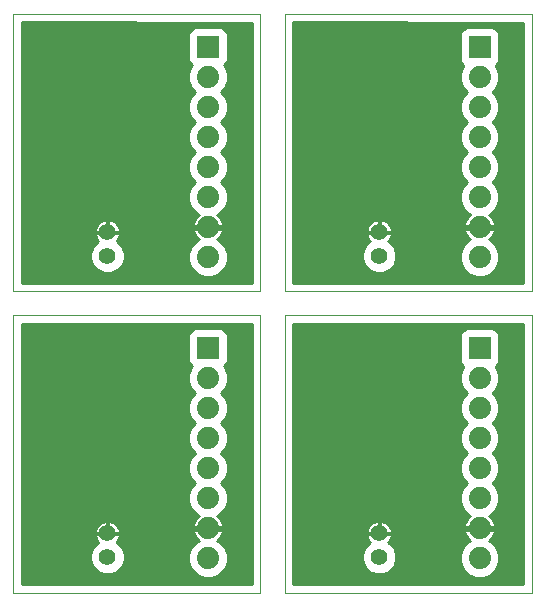
<source format=gbl>
G75*
G70*
%OFA0B0*%
%FSLAX24Y24*%
%IPPOS*%
%LPD*%
%AMOC8*
5,1,8,0,0,1.08239X$1,22.5*
%
%ADD10C,0.0000*%
%ADD11R,0.0740X0.0740*%
%ADD12C,0.0740*%
%ADD13C,0.0560*%
%ADD14C,0.0100*%
D10*
X000150Y000150D02*
X000150Y009402D01*
X008400Y009400D01*
X008400Y000150D01*
X000150Y000150D01*
X009205Y000150D02*
X009205Y009402D01*
X017455Y009400D01*
X017455Y000150D01*
X009205Y000150D01*
X009205Y010189D02*
X009205Y019441D01*
X017455Y019439D01*
X017455Y010189D01*
X009205Y010189D01*
X008400Y010189D02*
X008400Y019439D01*
X000150Y019441D01*
X000150Y010189D01*
X008400Y010189D01*
D11*
X006650Y008294D03*
X006650Y018333D03*
X015705Y018333D03*
X015705Y008294D03*
D12*
X015705Y007294D03*
X015705Y006294D03*
X015705Y005294D03*
X015705Y004294D03*
X015705Y003294D03*
X015705Y002294D03*
X015705Y001294D03*
X015705Y011333D03*
X015705Y012333D03*
X015705Y013333D03*
X015705Y014333D03*
X015705Y015333D03*
X015705Y016333D03*
X015705Y017333D03*
X006650Y017333D03*
X006650Y016333D03*
X006650Y015333D03*
X006650Y014333D03*
X006650Y013333D03*
X006650Y012333D03*
X006650Y011333D03*
X006650Y007294D03*
X006650Y006294D03*
X006650Y005294D03*
X006650Y004294D03*
X006650Y003294D03*
X006650Y002294D03*
X006650Y001294D03*
D13*
X003300Y001331D03*
X003300Y002119D03*
X003300Y011370D03*
X003300Y012158D03*
X012355Y012158D03*
X012355Y011370D03*
X012355Y002119D03*
X012355Y001331D03*
D14*
X012768Y000938D02*
X015138Y000938D01*
X015146Y000920D02*
X015331Y000734D01*
X015574Y000634D01*
X015836Y000634D01*
X016079Y000734D01*
X016265Y000920D01*
X016365Y001162D01*
X016365Y001425D01*
X016265Y001668D01*
X016079Y001853D01*
X016018Y001878D01*
X016044Y001897D01*
X016102Y001955D01*
X016150Y002021D01*
X016187Y002094D01*
X016212Y002172D01*
X016224Y002244D01*
X015755Y002244D01*
X015755Y002344D01*
X016224Y002344D01*
X016212Y002415D01*
X016187Y002493D01*
X016150Y002566D01*
X016102Y002632D01*
X016044Y002690D01*
X016018Y002709D01*
X016079Y002734D01*
X016265Y002920D01*
X016365Y003162D01*
X016365Y003425D01*
X016265Y003668D01*
X016138Y003794D01*
X016265Y003920D01*
X016365Y004162D01*
X016365Y004425D01*
X016265Y004668D01*
X016138Y004794D01*
X016265Y004920D01*
X016365Y005162D01*
X016365Y005425D01*
X016265Y005668D01*
X016138Y005794D01*
X016265Y005920D01*
X016365Y006162D01*
X016365Y006425D01*
X016265Y006668D01*
X016138Y006794D01*
X016265Y006920D01*
X016365Y007162D01*
X016365Y007425D01*
X016265Y007668D01*
X016247Y007685D01*
X016321Y007759D01*
X016365Y007866D01*
X016365Y008721D01*
X016321Y008828D01*
X016239Y008910D01*
X016133Y008954D01*
X015277Y008954D01*
X015171Y008910D01*
X015089Y008828D01*
X015045Y008721D01*
X015045Y007866D01*
X015089Y007759D01*
X015163Y007685D01*
X015146Y007668D01*
X015045Y007425D01*
X015045Y007162D01*
X015146Y006920D01*
X015272Y006794D01*
X015146Y006668D01*
X015045Y006425D01*
X015045Y006162D01*
X015146Y005920D01*
X015272Y005794D01*
X015146Y005668D01*
X015045Y005425D01*
X015045Y005162D01*
X015146Y004920D01*
X015272Y004794D01*
X015146Y004668D01*
X015045Y004425D01*
X015045Y004162D01*
X015146Y003920D01*
X015272Y003794D01*
X015146Y003668D01*
X015045Y003425D01*
X015045Y003162D01*
X015146Y002920D01*
X015331Y002734D01*
X015392Y002709D01*
X015366Y002690D01*
X015308Y002632D01*
X015260Y002566D01*
X015223Y002493D01*
X015198Y002415D01*
X015187Y002344D01*
X015655Y002344D01*
X015655Y002244D01*
X015187Y002244D01*
X015198Y002172D01*
X015223Y002094D01*
X015260Y002021D01*
X015308Y001955D01*
X015366Y001897D01*
X015392Y001878D01*
X015331Y001853D01*
X015146Y001668D01*
X015045Y001425D01*
X015045Y001162D01*
X015146Y000920D01*
X015226Y000840D02*
X012657Y000840D01*
X012678Y000848D02*
X012838Y001008D01*
X012925Y001218D01*
X012925Y001444D01*
X012838Y001654D01*
X012678Y001814D01*
X012664Y001820D01*
X012683Y001838D01*
X012722Y001893D01*
X012753Y001953D01*
X012774Y002018D01*
X012785Y002085D01*
X012785Y002100D01*
X012374Y002100D01*
X012374Y002137D01*
X012785Y002137D01*
X012785Y002152D01*
X012774Y002219D01*
X012753Y002284D01*
X012722Y002344D01*
X012683Y002399D01*
X012635Y002446D01*
X012580Y002486D01*
X012520Y002517D01*
X012455Y002538D01*
X012389Y002549D01*
X012374Y002549D01*
X012374Y002137D01*
X012336Y002137D01*
X012336Y002100D01*
X011925Y002100D01*
X011925Y002085D01*
X011935Y002018D01*
X011956Y001953D01*
X011987Y001893D01*
X012027Y001838D01*
X012045Y001820D01*
X012032Y001814D01*
X011872Y001654D01*
X011785Y001444D01*
X011785Y001218D01*
X011872Y001008D01*
X012032Y000848D01*
X012241Y000761D01*
X012468Y000761D01*
X012678Y000848D01*
X012850Y001037D02*
X015097Y001037D01*
X015056Y001135D02*
X012890Y001135D01*
X012925Y001234D02*
X015045Y001234D01*
X015045Y001332D02*
X012925Y001332D01*
X012925Y001431D02*
X015047Y001431D01*
X015088Y001529D02*
X012890Y001529D01*
X012849Y001628D02*
X015129Y001628D01*
X015204Y001726D02*
X012766Y001726D01*
X012669Y001825D02*
X015303Y001825D01*
X015340Y001923D02*
X012738Y001923D01*
X012775Y002022D02*
X015260Y002022D01*
X015215Y002120D02*
X012374Y002120D01*
X012336Y002120D02*
X009495Y002120D01*
X009495Y002022D02*
X011935Y002022D01*
X011972Y001923D02*
X009495Y001923D01*
X009495Y001825D02*
X012041Y001825D01*
X011944Y001726D02*
X009495Y001726D01*
X009495Y001628D02*
X011861Y001628D01*
X011820Y001529D02*
X009495Y001529D01*
X009495Y001431D02*
X011785Y001431D01*
X011785Y001332D02*
X009495Y001332D01*
X009495Y001234D02*
X011785Y001234D01*
X011819Y001135D02*
X009495Y001135D01*
X009495Y001037D02*
X011860Y001037D01*
X011942Y000938D02*
X009495Y000938D01*
X009495Y000840D02*
X012052Y000840D01*
X011925Y002137D02*
X012336Y002137D01*
X012336Y002549D01*
X012321Y002549D01*
X012254Y002538D01*
X012190Y002517D01*
X012129Y002486D01*
X012075Y002446D01*
X012027Y002399D01*
X011987Y002344D01*
X011956Y002284D01*
X011935Y002219D01*
X011925Y002152D01*
X011925Y002137D01*
X011935Y002219D02*
X009495Y002219D01*
X009495Y002317D02*
X011973Y002317D01*
X012044Y002416D02*
X009495Y002416D01*
X009495Y002514D02*
X012184Y002514D01*
X012336Y002514D02*
X012374Y002514D01*
X012374Y002416D02*
X012336Y002416D01*
X012336Y002317D02*
X012374Y002317D01*
X012374Y002219D02*
X012336Y002219D01*
X012526Y002514D02*
X015234Y002514D01*
X015198Y002416D02*
X012666Y002416D01*
X012736Y002317D02*
X015655Y002317D01*
X015755Y002317D02*
X017165Y002317D01*
X017165Y002219D02*
X016220Y002219D01*
X016195Y002120D02*
X017165Y002120D01*
X017165Y002022D02*
X016150Y002022D01*
X016070Y001923D02*
X017165Y001923D01*
X017165Y001825D02*
X016108Y001825D01*
X016206Y001726D02*
X017165Y001726D01*
X017165Y001628D02*
X016281Y001628D01*
X016322Y001529D02*
X017165Y001529D01*
X017165Y001431D02*
X016363Y001431D01*
X016365Y001332D02*
X017165Y001332D01*
X017165Y001234D02*
X016365Y001234D01*
X016354Y001135D02*
X017165Y001135D01*
X017165Y001037D02*
X016313Y001037D01*
X016272Y000938D02*
X017165Y000938D01*
X017165Y000840D02*
X016184Y000840D01*
X016086Y000741D02*
X017165Y000741D01*
X017165Y000643D02*
X015858Y000643D01*
X015553Y000643D02*
X009495Y000643D01*
X009495Y000741D02*
X015324Y000741D01*
X015191Y002219D02*
X012774Y002219D01*
X015069Y003105D02*
X009495Y003105D01*
X009495Y003007D02*
X015110Y003007D01*
X015157Y002908D02*
X009495Y002908D01*
X009495Y002810D02*
X015256Y002810D01*
X015387Y002711D02*
X009495Y002711D01*
X009495Y002613D02*
X015294Y002613D01*
X015045Y003204D02*
X009495Y003204D01*
X009495Y003302D02*
X015045Y003302D01*
X015045Y003401D02*
X009495Y003401D01*
X009495Y003499D02*
X015076Y003499D01*
X015117Y003598D02*
X009495Y003598D01*
X009495Y003696D02*
X015174Y003696D01*
X015271Y003795D02*
X009495Y003795D01*
X009495Y003893D02*
X015172Y003893D01*
X015116Y003992D02*
X009495Y003992D01*
X009495Y004090D02*
X015075Y004090D01*
X015045Y004189D02*
X009495Y004189D01*
X009495Y004287D02*
X015045Y004287D01*
X015045Y004386D02*
X009495Y004386D01*
X009495Y004484D02*
X015070Y004484D01*
X015110Y004583D02*
X009495Y004583D01*
X009495Y004681D02*
X015159Y004681D01*
X015258Y004780D02*
X009495Y004780D01*
X009495Y004878D02*
X015187Y004878D01*
X015122Y004977D02*
X009495Y004977D01*
X009495Y005075D02*
X015081Y005075D01*
X015045Y005174D02*
X009495Y005174D01*
X009495Y005272D02*
X015045Y005272D01*
X015045Y005371D02*
X009495Y005371D01*
X009495Y005469D02*
X015063Y005469D01*
X015104Y005568D02*
X009495Y005568D01*
X009495Y005666D02*
X015145Y005666D01*
X015243Y005765D02*
X009495Y005765D01*
X009495Y005863D02*
X015202Y005863D01*
X015128Y005962D02*
X009495Y005962D01*
X009495Y006060D02*
X015088Y006060D01*
X015047Y006159D02*
X009495Y006159D01*
X009495Y006257D02*
X015045Y006257D01*
X015045Y006356D02*
X009495Y006356D01*
X009495Y006454D02*
X015057Y006454D01*
X015098Y006553D02*
X009495Y006553D01*
X009495Y006651D02*
X015139Y006651D01*
X015228Y006750D02*
X009495Y006750D01*
X009495Y006848D02*
X015217Y006848D01*
X015135Y006947D02*
X009495Y006947D01*
X009495Y007045D02*
X015094Y007045D01*
X015053Y007144D02*
X009495Y007144D01*
X009495Y007242D02*
X015045Y007242D01*
X015045Y007341D02*
X009495Y007341D01*
X009495Y007439D02*
X015051Y007439D01*
X015092Y007538D02*
X009495Y007538D01*
X009495Y007636D02*
X015133Y007636D01*
X015114Y007735D02*
X009495Y007735D01*
X009495Y007833D02*
X015059Y007833D01*
X015045Y007932D02*
X009495Y007932D01*
X009495Y008030D02*
X015045Y008030D01*
X015045Y008129D02*
X009495Y008129D01*
X009495Y008227D02*
X015045Y008227D01*
X015045Y008326D02*
X009495Y008326D01*
X009495Y008424D02*
X015045Y008424D01*
X015045Y008523D02*
X009495Y008523D01*
X009495Y008621D02*
X015045Y008621D01*
X015045Y008720D02*
X009495Y008720D01*
X009495Y008818D02*
X015085Y008818D01*
X015188Y008917D02*
X009495Y008917D01*
X009495Y009015D02*
X017165Y009015D01*
X017165Y009110D02*
X009495Y009112D01*
X009495Y000440D01*
X017165Y000440D01*
X017165Y009110D01*
X017165Y008917D02*
X016223Y008917D01*
X016325Y008818D02*
X017165Y008818D01*
X017165Y008720D02*
X016365Y008720D01*
X016365Y008621D02*
X017165Y008621D01*
X017165Y008523D02*
X016365Y008523D01*
X016365Y008424D02*
X017165Y008424D01*
X017165Y008326D02*
X016365Y008326D01*
X016365Y008227D02*
X017165Y008227D01*
X017165Y008129D02*
X016365Y008129D01*
X016365Y008030D02*
X017165Y008030D01*
X017165Y007932D02*
X016365Y007932D01*
X016351Y007833D02*
X017165Y007833D01*
X017165Y007735D02*
X016296Y007735D01*
X016278Y007636D02*
X017165Y007636D01*
X017165Y007538D02*
X016319Y007538D01*
X016359Y007439D02*
X017165Y007439D01*
X017165Y007341D02*
X016365Y007341D01*
X016365Y007242D02*
X017165Y007242D01*
X017165Y007144D02*
X016357Y007144D01*
X016316Y007045D02*
X017165Y007045D01*
X017165Y006947D02*
X016276Y006947D01*
X016193Y006848D02*
X017165Y006848D01*
X017165Y006750D02*
X016183Y006750D01*
X016271Y006651D02*
X017165Y006651D01*
X017165Y006553D02*
X016312Y006553D01*
X016353Y006454D02*
X017165Y006454D01*
X017165Y006356D02*
X016365Y006356D01*
X016365Y006257D02*
X017165Y006257D01*
X017165Y006159D02*
X016364Y006159D01*
X016323Y006060D02*
X017165Y006060D01*
X017165Y005962D02*
X016282Y005962D01*
X016208Y005863D02*
X017165Y005863D01*
X017165Y005765D02*
X016168Y005765D01*
X016265Y005666D02*
X017165Y005666D01*
X017165Y005568D02*
X016306Y005568D01*
X016347Y005469D02*
X017165Y005469D01*
X017165Y005371D02*
X016365Y005371D01*
X016365Y005272D02*
X017165Y005272D01*
X017165Y005174D02*
X016365Y005174D01*
X016329Y005075D02*
X017165Y005075D01*
X017165Y004977D02*
X016288Y004977D01*
X016223Y004878D02*
X017165Y004878D01*
X017165Y004780D02*
X016153Y004780D01*
X016251Y004681D02*
X017165Y004681D01*
X017165Y004583D02*
X016300Y004583D01*
X016341Y004484D02*
X017165Y004484D01*
X017165Y004386D02*
X016365Y004386D01*
X016365Y004287D02*
X017165Y004287D01*
X017165Y004189D02*
X016365Y004189D01*
X016335Y004090D02*
X017165Y004090D01*
X017165Y003992D02*
X016294Y003992D01*
X016238Y003893D02*
X017165Y003893D01*
X017165Y003795D02*
X016139Y003795D01*
X016236Y003696D02*
X017165Y003696D01*
X017165Y003598D02*
X016294Y003598D01*
X016334Y003499D02*
X017165Y003499D01*
X017165Y003401D02*
X016365Y003401D01*
X016365Y003302D02*
X017165Y003302D01*
X017165Y003204D02*
X016365Y003204D01*
X016341Y003105D02*
X017165Y003105D01*
X017165Y003007D02*
X016301Y003007D01*
X016253Y002908D02*
X017165Y002908D01*
X017165Y002810D02*
X016154Y002810D01*
X016023Y002711D02*
X017165Y002711D01*
X017165Y002613D02*
X016116Y002613D01*
X016176Y002514D02*
X017165Y002514D01*
X017165Y002416D02*
X016212Y002416D01*
X017165Y000544D02*
X009495Y000544D01*
X009495Y000446D02*
X017165Y000446D01*
X008110Y000446D02*
X000440Y000446D01*
X000440Y000440D02*
X000440Y009112D01*
X008110Y009110D01*
X008110Y000440D01*
X000440Y000440D01*
X000440Y000544D02*
X008110Y000544D01*
X008110Y000643D02*
X006803Y000643D01*
X006781Y000634D02*
X007024Y000734D01*
X007210Y000920D01*
X007310Y001162D01*
X007310Y001425D01*
X007210Y001668D01*
X007024Y001853D01*
X006963Y001878D01*
X006989Y001897D01*
X007047Y001955D01*
X007095Y002021D01*
X007132Y002094D01*
X007157Y002172D01*
X007169Y002244D01*
X006700Y002244D01*
X006700Y002344D01*
X007169Y002344D01*
X007157Y002415D01*
X007132Y002493D01*
X007095Y002566D01*
X007047Y002632D01*
X006989Y002690D01*
X006963Y002709D01*
X007024Y002734D01*
X007210Y002920D01*
X007310Y003162D01*
X007310Y003425D01*
X007210Y003668D01*
X007083Y003794D01*
X007210Y003920D01*
X007310Y004162D01*
X007310Y004425D01*
X007210Y004668D01*
X007083Y004794D01*
X007210Y004920D01*
X007310Y005162D01*
X007310Y005425D01*
X007210Y005668D01*
X007083Y005794D01*
X007210Y005920D01*
X007310Y006162D01*
X007310Y006425D01*
X007210Y006668D01*
X007083Y006794D01*
X007210Y006920D01*
X007310Y007162D01*
X007310Y007425D01*
X007210Y007668D01*
X007192Y007685D01*
X007266Y007759D01*
X007310Y007866D01*
X007310Y008721D01*
X007266Y008828D01*
X007184Y008910D01*
X007078Y008954D01*
X006222Y008954D01*
X006116Y008910D01*
X006034Y008828D01*
X005990Y008721D01*
X005990Y007866D01*
X006034Y007759D01*
X006108Y007685D01*
X006090Y007668D01*
X005990Y007425D01*
X005990Y007162D01*
X006090Y006920D01*
X006217Y006794D01*
X006090Y006668D01*
X005990Y006425D01*
X005990Y006162D01*
X006090Y005920D01*
X006217Y005794D01*
X006090Y005668D01*
X005990Y005425D01*
X005990Y005162D01*
X006090Y004920D01*
X006217Y004794D01*
X006090Y004668D01*
X005990Y004425D01*
X005990Y004162D01*
X006090Y003920D01*
X006217Y003794D01*
X006090Y003668D01*
X005990Y003425D01*
X005990Y003162D01*
X006090Y002920D01*
X006276Y002734D01*
X006337Y002709D01*
X006311Y002690D01*
X006253Y002632D01*
X006205Y002566D01*
X006168Y002493D01*
X006143Y002415D01*
X006131Y002344D01*
X006600Y002344D01*
X006600Y002244D01*
X006131Y002244D01*
X006143Y002172D01*
X006168Y002094D01*
X006205Y002021D01*
X006253Y001955D01*
X006311Y001897D01*
X006337Y001878D01*
X006276Y001853D01*
X006090Y001668D01*
X005990Y001425D01*
X005990Y001162D01*
X006090Y000920D01*
X006276Y000734D01*
X006519Y000634D01*
X006781Y000634D01*
X007031Y000741D02*
X008110Y000741D01*
X008110Y000840D02*
X007129Y000840D01*
X007217Y000938D02*
X008110Y000938D01*
X008110Y001037D02*
X007258Y001037D01*
X007299Y001135D02*
X008110Y001135D01*
X008110Y001234D02*
X007310Y001234D01*
X007310Y001332D02*
X008110Y001332D01*
X008110Y001431D02*
X007308Y001431D01*
X007267Y001529D02*
X008110Y001529D01*
X008110Y001628D02*
X007226Y001628D01*
X007151Y001726D02*
X008110Y001726D01*
X008110Y001825D02*
X007053Y001825D01*
X007015Y001923D02*
X008110Y001923D01*
X008110Y002022D02*
X007095Y002022D01*
X007140Y002120D02*
X008110Y002120D01*
X008110Y002219D02*
X007165Y002219D01*
X007157Y002416D02*
X008110Y002416D01*
X008110Y002514D02*
X007121Y002514D01*
X007061Y002613D02*
X008110Y002613D01*
X008110Y002711D02*
X006968Y002711D01*
X007099Y002810D02*
X008110Y002810D01*
X008110Y002908D02*
X007198Y002908D01*
X007245Y003007D02*
X008110Y003007D01*
X008110Y003105D02*
X007286Y003105D01*
X007310Y003204D02*
X008110Y003204D01*
X008110Y003302D02*
X007310Y003302D01*
X007310Y003401D02*
X008110Y003401D01*
X008110Y003499D02*
X007279Y003499D01*
X007239Y003598D02*
X008110Y003598D01*
X008110Y003696D02*
X007181Y003696D01*
X007084Y003795D02*
X008110Y003795D01*
X008110Y003893D02*
X007183Y003893D01*
X007239Y003992D02*
X008110Y003992D01*
X008110Y004090D02*
X007280Y004090D01*
X007310Y004189D02*
X008110Y004189D01*
X008110Y004287D02*
X007310Y004287D01*
X007310Y004386D02*
X008110Y004386D01*
X008110Y004484D02*
X007286Y004484D01*
X007245Y004583D02*
X008110Y004583D01*
X008110Y004681D02*
X007196Y004681D01*
X007098Y004780D02*
X008110Y004780D01*
X008110Y004878D02*
X007168Y004878D01*
X007233Y004977D02*
X008110Y004977D01*
X008110Y005075D02*
X007274Y005075D01*
X007310Y005174D02*
X008110Y005174D01*
X008110Y005272D02*
X007310Y005272D01*
X007310Y005371D02*
X008110Y005371D01*
X008110Y005469D02*
X007292Y005469D01*
X007251Y005568D02*
X008110Y005568D01*
X008110Y005666D02*
X007210Y005666D01*
X007113Y005765D02*
X008110Y005765D01*
X008110Y005863D02*
X007153Y005863D01*
X007227Y005962D02*
X008110Y005962D01*
X008110Y006060D02*
X007268Y006060D01*
X007308Y006159D02*
X008110Y006159D01*
X008110Y006257D02*
X007310Y006257D01*
X007310Y006356D02*
X008110Y006356D01*
X008110Y006454D02*
X007298Y006454D01*
X007257Y006553D02*
X008110Y006553D01*
X008110Y006651D02*
X007216Y006651D01*
X007128Y006750D02*
X008110Y006750D01*
X008110Y006848D02*
X007138Y006848D01*
X007221Y006947D02*
X008110Y006947D01*
X008110Y007045D02*
X007261Y007045D01*
X007302Y007144D02*
X008110Y007144D01*
X008110Y007242D02*
X007310Y007242D01*
X007310Y007341D02*
X008110Y007341D01*
X008110Y007439D02*
X007304Y007439D01*
X007263Y007538D02*
X008110Y007538D01*
X008110Y007636D02*
X007223Y007636D01*
X007241Y007735D02*
X008110Y007735D01*
X008110Y007833D02*
X007296Y007833D01*
X007310Y007932D02*
X008110Y007932D01*
X008110Y008030D02*
X007310Y008030D01*
X007310Y008129D02*
X008110Y008129D01*
X008110Y008227D02*
X007310Y008227D01*
X007310Y008326D02*
X008110Y008326D01*
X008110Y008424D02*
X007310Y008424D01*
X007310Y008523D02*
X008110Y008523D01*
X008110Y008621D02*
X007310Y008621D01*
X007310Y008720D02*
X008110Y008720D01*
X008110Y008818D02*
X007270Y008818D01*
X007167Y008917D02*
X008110Y008917D01*
X008110Y009015D02*
X000440Y009015D01*
X000440Y008917D02*
X006133Y008917D01*
X006030Y008818D02*
X000440Y008818D01*
X000440Y008720D02*
X005990Y008720D01*
X005990Y008621D02*
X000440Y008621D01*
X000440Y008523D02*
X005990Y008523D01*
X005990Y008424D02*
X000440Y008424D01*
X000440Y008326D02*
X005990Y008326D01*
X005990Y008227D02*
X000440Y008227D01*
X000440Y008129D02*
X005990Y008129D01*
X005990Y008030D02*
X000440Y008030D01*
X000440Y007932D02*
X005990Y007932D01*
X006004Y007833D02*
X000440Y007833D01*
X000440Y007735D02*
X006059Y007735D01*
X006077Y007636D02*
X000440Y007636D01*
X000440Y007538D02*
X006037Y007538D01*
X005996Y007439D02*
X000440Y007439D01*
X000440Y007341D02*
X005990Y007341D01*
X005990Y007242D02*
X000440Y007242D01*
X000440Y007144D02*
X005998Y007144D01*
X006039Y007045D02*
X000440Y007045D01*
X000440Y006947D02*
X006079Y006947D01*
X006162Y006848D02*
X000440Y006848D01*
X000440Y006750D02*
X006172Y006750D01*
X006084Y006651D02*
X000440Y006651D01*
X000440Y006553D02*
X006043Y006553D01*
X006002Y006454D02*
X000440Y006454D01*
X000440Y006356D02*
X005990Y006356D01*
X005990Y006257D02*
X000440Y006257D01*
X000440Y006159D02*
X005992Y006159D01*
X006032Y006060D02*
X000440Y006060D01*
X000440Y005962D02*
X006073Y005962D01*
X006147Y005863D02*
X000440Y005863D01*
X000440Y005765D02*
X006187Y005765D01*
X006090Y005666D02*
X000440Y005666D01*
X000440Y005568D02*
X006049Y005568D01*
X006008Y005469D02*
X000440Y005469D01*
X000440Y005371D02*
X005990Y005371D01*
X005990Y005272D02*
X000440Y005272D01*
X000440Y005174D02*
X005990Y005174D01*
X006026Y005075D02*
X000440Y005075D01*
X000440Y004977D02*
X006067Y004977D01*
X006132Y004878D02*
X000440Y004878D01*
X000440Y004780D02*
X006202Y004780D01*
X006104Y004681D02*
X000440Y004681D01*
X000440Y004583D02*
X006055Y004583D01*
X006014Y004484D02*
X000440Y004484D01*
X000440Y004386D02*
X005990Y004386D01*
X005990Y004287D02*
X000440Y004287D01*
X000440Y004189D02*
X005990Y004189D01*
X006020Y004090D02*
X000440Y004090D01*
X000440Y003992D02*
X006061Y003992D01*
X006117Y003893D02*
X000440Y003893D01*
X000440Y003795D02*
X006216Y003795D01*
X006119Y003696D02*
X000440Y003696D01*
X000440Y003598D02*
X006061Y003598D01*
X006021Y003499D02*
X000440Y003499D01*
X000440Y003401D02*
X005990Y003401D01*
X005990Y003302D02*
X000440Y003302D01*
X000440Y003204D02*
X005990Y003204D01*
X006014Y003105D02*
X000440Y003105D01*
X000440Y003007D02*
X006055Y003007D01*
X006102Y002908D02*
X000440Y002908D01*
X000440Y002810D02*
X006201Y002810D01*
X006332Y002711D02*
X000440Y002711D01*
X000440Y002613D02*
X006239Y002613D01*
X006179Y002514D02*
X003471Y002514D01*
X003465Y002517D02*
X003400Y002538D01*
X003333Y002549D01*
X003319Y002549D01*
X003319Y002137D01*
X003730Y002137D01*
X003730Y002152D01*
X003719Y002219D01*
X003698Y002284D01*
X003667Y002344D01*
X003628Y002399D01*
X003580Y002446D01*
X003525Y002486D01*
X003465Y002517D01*
X003319Y002514D02*
X003281Y002514D01*
X003281Y002549D02*
X003266Y002549D01*
X003199Y002538D01*
X003135Y002517D01*
X003074Y002486D01*
X003019Y002446D01*
X002972Y002399D01*
X002932Y002344D01*
X002901Y002284D01*
X002880Y002219D01*
X002870Y002152D01*
X002870Y002137D01*
X003281Y002137D01*
X003281Y002100D01*
X002870Y002100D01*
X002870Y002085D01*
X002880Y002018D01*
X002901Y001953D01*
X002932Y001893D01*
X002972Y001838D01*
X002990Y001820D01*
X002977Y001814D01*
X002816Y001654D01*
X002730Y001444D01*
X002730Y001218D01*
X002816Y001008D01*
X002977Y000848D01*
X003186Y000761D01*
X003413Y000761D01*
X003622Y000848D01*
X003783Y001008D01*
X003870Y001218D01*
X003870Y001444D01*
X003783Y001654D01*
X003622Y001814D01*
X003609Y001820D01*
X003628Y001838D01*
X003667Y001893D01*
X003698Y001953D01*
X003719Y002018D01*
X003730Y002085D01*
X003730Y002100D01*
X003319Y002100D01*
X003319Y002137D01*
X003281Y002137D01*
X003281Y002549D01*
X003281Y002416D02*
X003319Y002416D01*
X003319Y002317D02*
X003281Y002317D01*
X003281Y002219D02*
X003319Y002219D01*
X003319Y002120D02*
X006160Y002120D01*
X006135Y002219D02*
X003719Y002219D01*
X003681Y002317D02*
X006600Y002317D01*
X006700Y002317D02*
X008110Y002317D01*
X006497Y000643D02*
X000440Y000643D01*
X000440Y000741D02*
X006269Y000741D01*
X006171Y000840D02*
X003602Y000840D01*
X003713Y000938D02*
X006083Y000938D01*
X006042Y001037D02*
X003795Y001037D01*
X003835Y001135D02*
X006001Y001135D01*
X005990Y001234D02*
X003870Y001234D01*
X003870Y001332D02*
X005990Y001332D01*
X005992Y001431D02*
X003870Y001431D01*
X003835Y001529D02*
X006033Y001529D01*
X006074Y001628D02*
X003794Y001628D01*
X003711Y001726D02*
X006149Y001726D01*
X006247Y001825D02*
X003614Y001825D01*
X003683Y001923D02*
X006285Y001923D01*
X006205Y002022D02*
X003720Y002022D01*
X003611Y002416D02*
X006143Y002416D01*
X003281Y002120D02*
X000440Y002120D01*
X000440Y002022D02*
X002880Y002022D01*
X002917Y001923D02*
X000440Y001923D01*
X000440Y001825D02*
X002985Y001825D01*
X002888Y001726D02*
X000440Y001726D01*
X000440Y001628D02*
X002805Y001628D01*
X002765Y001529D02*
X000440Y001529D01*
X000440Y001431D02*
X002730Y001431D01*
X002730Y001332D02*
X000440Y001332D01*
X000440Y001234D02*
X002730Y001234D01*
X002764Y001135D02*
X000440Y001135D01*
X000440Y001037D02*
X002805Y001037D01*
X002887Y000938D02*
X000440Y000938D01*
X000440Y000840D02*
X002997Y000840D01*
X002880Y002219D02*
X000440Y002219D01*
X000440Y002317D02*
X002918Y002317D01*
X002988Y002416D02*
X000440Y002416D01*
X000440Y002514D02*
X003129Y002514D01*
X000440Y010479D02*
X000440Y019151D01*
X008110Y019149D01*
X008110Y010479D01*
X000440Y010479D01*
X000440Y010493D02*
X008110Y010493D01*
X008110Y010591D02*
X000440Y010591D01*
X000440Y010690D02*
X006479Y010690D01*
X006519Y010673D02*
X006781Y010673D01*
X007024Y010774D01*
X007210Y010959D01*
X007310Y011202D01*
X007310Y011464D01*
X007210Y011707D01*
X007024Y011893D01*
X006963Y011918D01*
X006989Y011936D01*
X007047Y011994D01*
X007095Y012061D01*
X007132Y012133D01*
X007157Y012211D01*
X007169Y012283D01*
X006700Y012283D01*
X006700Y012383D01*
X007169Y012383D01*
X007157Y012455D01*
X007132Y012533D01*
X007095Y012606D01*
X007047Y012672D01*
X006989Y012730D01*
X006963Y012748D01*
X007024Y012774D01*
X007210Y012959D01*
X007310Y013202D01*
X007310Y013464D01*
X007210Y013707D01*
X007083Y013833D01*
X007210Y013959D01*
X007310Y014202D01*
X007310Y014464D01*
X007210Y014707D01*
X007083Y014833D01*
X007210Y014959D01*
X007310Y015202D01*
X007310Y015464D01*
X007210Y015707D01*
X007083Y015833D01*
X007210Y015959D01*
X007310Y016202D01*
X007310Y016464D01*
X007210Y016707D01*
X007083Y016833D01*
X007210Y016959D01*
X007310Y017202D01*
X007310Y017464D01*
X007210Y017707D01*
X007192Y017725D01*
X007266Y017799D01*
X007310Y017905D01*
X007310Y018761D01*
X007266Y018867D01*
X007184Y018949D01*
X007078Y018993D01*
X006222Y018993D01*
X006116Y018949D01*
X006034Y018867D01*
X005990Y018761D01*
X005990Y017905D01*
X006034Y017799D01*
X006108Y017725D01*
X006090Y017707D01*
X005990Y017464D01*
X005990Y017202D01*
X006090Y016959D01*
X006217Y016833D01*
X006090Y016707D01*
X005990Y016464D01*
X005990Y016202D01*
X006090Y015959D01*
X006217Y015833D01*
X006090Y015707D01*
X005990Y015464D01*
X005990Y015202D01*
X006090Y014959D01*
X006217Y014833D01*
X006090Y014707D01*
X005990Y014464D01*
X005990Y014202D01*
X006090Y013959D01*
X006217Y013833D01*
X006090Y013707D01*
X005990Y013464D01*
X005990Y013202D01*
X006090Y012959D01*
X006276Y012774D01*
X006337Y012748D01*
X006311Y012730D01*
X006253Y012672D01*
X006205Y012606D01*
X006168Y012533D01*
X006143Y012455D01*
X006131Y012383D01*
X006600Y012383D01*
X006600Y012283D01*
X006131Y012283D01*
X006143Y012211D01*
X006168Y012133D01*
X006205Y012061D01*
X006253Y011994D01*
X006311Y011936D01*
X006337Y011918D01*
X006276Y011893D01*
X006090Y011707D01*
X005990Y011464D01*
X005990Y011202D01*
X006090Y010959D01*
X006276Y010774D01*
X006519Y010673D01*
X006262Y010788D02*
X000440Y010788D01*
X000440Y010887D02*
X002978Y010887D01*
X002977Y010887D02*
X003186Y010800D01*
X003413Y010800D01*
X003622Y010887D01*
X003783Y011048D01*
X003870Y011257D01*
X003870Y011484D01*
X003783Y011693D01*
X003622Y011854D01*
X003609Y011859D01*
X003628Y011878D01*
X003667Y011933D01*
X003698Y011993D01*
X003719Y012057D01*
X003730Y012124D01*
X003730Y012139D01*
X003319Y012139D01*
X003319Y012177D01*
X003730Y012177D01*
X003730Y012192D01*
X003719Y012259D01*
X003698Y012323D01*
X003667Y012383D01*
X003628Y012438D01*
X003580Y012486D01*
X003525Y012526D01*
X003465Y012556D01*
X003400Y012577D01*
X003333Y012588D01*
X003319Y012588D01*
X003319Y012177D01*
X003281Y012177D01*
X003281Y012588D01*
X003266Y012588D01*
X003199Y012577D01*
X003135Y012556D01*
X003074Y012526D01*
X003019Y012486D01*
X002972Y012438D01*
X002932Y012383D01*
X002901Y012323D01*
X002880Y012259D01*
X002870Y012192D01*
X002870Y012177D01*
X003281Y012177D01*
X003281Y012139D01*
X002870Y012139D01*
X002870Y012124D01*
X002880Y012057D01*
X002901Y011993D01*
X002932Y011933D01*
X002972Y011878D01*
X002990Y011859D01*
X002977Y011854D01*
X002816Y011693D01*
X002730Y011484D01*
X002730Y011257D01*
X002816Y011048D01*
X002977Y010887D01*
X002879Y010985D02*
X000440Y010985D01*
X000440Y011084D02*
X002801Y011084D01*
X002761Y011182D02*
X000440Y011182D01*
X000440Y011281D02*
X002730Y011281D01*
X002730Y011379D02*
X000440Y011379D01*
X000440Y011478D02*
X002730Y011478D01*
X002768Y011576D02*
X000440Y011576D01*
X000440Y011675D02*
X002809Y011675D01*
X002896Y011773D02*
X000440Y011773D01*
X000440Y011872D02*
X002978Y011872D01*
X002913Y011970D02*
X000440Y011970D01*
X000440Y012069D02*
X002878Y012069D01*
X002882Y012266D02*
X000440Y012266D01*
X000440Y012364D02*
X002922Y012364D01*
X002996Y012463D02*
X000440Y012463D01*
X000440Y012561D02*
X003149Y012561D01*
X003281Y012561D02*
X003319Y012561D01*
X003319Y012463D02*
X003281Y012463D01*
X003281Y012364D02*
X003319Y012364D01*
X003319Y012266D02*
X003281Y012266D01*
X003281Y012167D02*
X000440Y012167D01*
X000440Y012660D02*
X006244Y012660D01*
X006183Y012561D02*
X003450Y012561D01*
X003603Y012463D02*
X006145Y012463D01*
X006134Y012266D02*
X003717Y012266D01*
X003677Y012364D02*
X006600Y012364D01*
X006700Y012364D02*
X008110Y012364D01*
X008110Y012266D02*
X007166Y012266D01*
X007143Y012167D02*
X008110Y012167D01*
X008110Y012069D02*
X007099Y012069D01*
X007022Y011970D02*
X008110Y011970D01*
X008110Y011872D02*
X007045Y011872D01*
X007143Y011773D02*
X008110Y011773D01*
X008110Y011675D02*
X007223Y011675D01*
X007264Y011576D02*
X008110Y011576D01*
X008110Y011478D02*
X007305Y011478D01*
X007310Y011379D02*
X008110Y011379D01*
X008110Y011281D02*
X007310Y011281D01*
X007302Y011182D02*
X008110Y011182D01*
X008110Y011084D02*
X007261Y011084D01*
X007220Y010985D02*
X008110Y010985D01*
X008110Y010887D02*
X007137Y010887D01*
X007038Y010788D02*
X008110Y010788D01*
X008110Y010690D02*
X006821Y010690D01*
X006163Y010887D02*
X003621Y010887D01*
X003720Y010985D02*
X006080Y010985D01*
X006039Y011084D02*
X003798Y011084D01*
X003839Y011182D02*
X005998Y011182D01*
X005990Y011281D02*
X003870Y011281D01*
X003870Y011379D02*
X005990Y011379D01*
X005995Y011478D02*
X003870Y011478D01*
X003831Y011576D02*
X006036Y011576D01*
X006077Y011675D02*
X003791Y011675D01*
X003703Y011773D02*
X006157Y011773D01*
X006255Y011872D02*
X003621Y011872D01*
X003686Y011970D02*
X006278Y011970D01*
X006201Y012069D02*
X003721Y012069D01*
X003319Y012167D02*
X006157Y012167D01*
X006314Y012758D02*
X000440Y012758D01*
X000440Y012857D02*
X006193Y012857D01*
X006095Y012955D02*
X000440Y012955D01*
X000440Y013054D02*
X006051Y013054D01*
X006011Y013152D02*
X000440Y013152D01*
X000440Y013251D02*
X005990Y013251D01*
X005990Y013349D02*
X000440Y013349D01*
X000440Y013448D02*
X005990Y013448D01*
X006024Y013546D02*
X000440Y013546D01*
X000440Y013645D02*
X006065Y013645D01*
X006127Y013743D02*
X000440Y013743D01*
X000440Y013842D02*
X006208Y013842D01*
X006110Y013940D02*
X000440Y013940D01*
X000440Y014039D02*
X006058Y014039D01*
X006017Y014137D02*
X000440Y014137D01*
X000440Y014236D02*
X005990Y014236D01*
X005990Y014334D02*
X000440Y014334D01*
X000440Y014433D02*
X005990Y014433D01*
X006018Y014531D02*
X000440Y014531D01*
X000440Y014630D02*
X006058Y014630D01*
X006112Y014728D02*
X000440Y014728D01*
X000440Y014827D02*
X006210Y014827D01*
X006125Y014925D02*
X000440Y014925D01*
X000440Y015024D02*
X006064Y015024D01*
X006023Y015122D02*
X000440Y015122D01*
X000440Y015221D02*
X005990Y015221D01*
X005990Y015319D02*
X000440Y015319D01*
X000440Y015418D02*
X005990Y015418D01*
X006011Y015516D02*
X000440Y015516D01*
X000440Y015615D02*
X006052Y015615D01*
X006097Y015713D02*
X000440Y015713D01*
X000440Y015812D02*
X006195Y015812D01*
X006140Y015910D02*
X000440Y015910D01*
X000440Y016009D02*
X006070Y016009D01*
X006029Y016107D02*
X000440Y016107D01*
X000440Y016206D02*
X005990Y016206D01*
X005990Y016304D02*
X000440Y016304D01*
X000440Y016403D02*
X005990Y016403D01*
X006005Y016501D02*
X000440Y016501D01*
X000440Y016600D02*
X006046Y016600D01*
X006087Y016698D02*
X000440Y016698D01*
X000440Y016797D02*
X006180Y016797D01*
X006155Y016895D02*
X000440Y016895D01*
X000440Y016994D02*
X006076Y016994D01*
X006035Y017092D02*
X000440Y017092D01*
X000440Y017191D02*
X005995Y017191D01*
X005990Y017289D02*
X000440Y017289D01*
X000440Y017388D02*
X005990Y017388D01*
X005999Y017486D02*
X000440Y017486D01*
X000440Y017585D02*
X006040Y017585D01*
X006081Y017683D02*
X000440Y017683D01*
X000440Y017782D02*
X006051Y017782D01*
X006000Y017880D02*
X000440Y017880D01*
X000440Y017979D02*
X005990Y017979D01*
X005990Y018077D02*
X000440Y018077D01*
X000440Y018176D02*
X005990Y018176D01*
X005990Y018274D02*
X000440Y018274D01*
X000440Y018373D02*
X005990Y018373D01*
X005990Y018471D02*
X000440Y018471D01*
X000440Y018570D02*
X005990Y018570D01*
X005990Y018668D02*
X000440Y018668D01*
X000440Y018767D02*
X005992Y018767D01*
X006033Y018865D02*
X000440Y018865D01*
X000440Y018964D02*
X006151Y018964D01*
X007149Y018964D02*
X008110Y018964D01*
X008110Y019062D02*
X000440Y019062D01*
X006986Y012758D02*
X008110Y012758D01*
X008110Y012660D02*
X007056Y012660D01*
X007117Y012561D02*
X008110Y012561D01*
X008110Y012463D02*
X007155Y012463D01*
X007107Y012857D02*
X008110Y012857D01*
X008110Y012955D02*
X007205Y012955D01*
X007249Y013054D02*
X008110Y013054D01*
X008110Y013152D02*
X007289Y013152D01*
X007310Y013251D02*
X008110Y013251D01*
X008110Y013349D02*
X007310Y013349D01*
X007310Y013448D02*
X008110Y013448D01*
X008110Y013546D02*
X007276Y013546D01*
X007235Y013645D02*
X008110Y013645D01*
X008110Y013743D02*
X007173Y013743D01*
X007092Y013842D02*
X008110Y013842D01*
X008110Y013940D02*
X007190Y013940D01*
X007242Y014039D02*
X008110Y014039D01*
X008110Y014137D02*
X007283Y014137D01*
X007310Y014236D02*
X008110Y014236D01*
X008110Y014334D02*
X007310Y014334D01*
X007310Y014433D02*
X008110Y014433D01*
X008110Y014531D02*
X007282Y014531D01*
X007242Y014630D02*
X008110Y014630D01*
X008110Y014728D02*
X007188Y014728D01*
X007090Y014827D02*
X008110Y014827D01*
X008110Y014925D02*
X007175Y014925D01*
X007236Y015024D02*
X008110Y015024D01*
X008110Y015122D02*
X007277Y015122D01*
X007310Y015221D02*
X008110Y015221D01*
X008110Y015319D02*
X007310Y015319D01*
X007310Y015418D02*
X008110Y015418D01*
X008110Y015516D02*
X007289Y015516D01*
X007248Y015615D02*
X008110Y015615D01*
X008110Y015713D02*
X007203Y015713D01*
X007105Y015812D02*
X008110Y015812D01*
X008110Y015910D02*
X007160Y015910D01*
X007230Y016009D02*
X008110Y016009D01*
X008110Y016107D02*
X007271Y016107D01*
X007310Y016206D02*
X008110Y016206D01*
X008110Y016304D02*
X007310Y016304D01*
X007310Y016403D02*
X008110Y016403D01*
X008110Y016501D02*
X007295Y016501D01*
X007254Y016600D02*
X008110Y016600D01*
X008110Y016698D02*
X007213Y016698D01*
X007120Y016797D02*
X008110Y016797D01*
X008110Y016895D02*
X007145Y016895D01*
X007224Y016994D02*
X008110Y016994D01*
X008110Y017092D02*
X007265Y017092D01*
X007305Y017191D02*
X008110Y017191D01*
X008110Y017289D02*
X007310Y017289D01*
X007310Y017388D02*
X008110Y017388D01*
X008110Y017486D02*
X007301Y017486D01*
X007260Y017585D02*
X008110Y017585D01*
X008110Y017683D02*
X007219Y017683D01*
X007249Y017782D02*
X008110Y017782D01*
X008110Y017880D02*
X007300Y017880D01*
X007310Y017979D02*
X008110Y017979D01*
X008110Y018077D02*
X007310Y018077D01*
X007310Y018176D02*
X008110Y018176D01*
X008110Y018274D02*
X007310Y018274D01*
X007310Y018373D02*
X008110Y018373D01*
X008110Y018471D02*
X007310Y018471D01*
X007310Y018570D02*
X008110Y018570D01*
X008110Y018668D02*
X007310Y018668D01*
X007308Y018767D02*
X008110Y018767D01*
X008110Y018865D02*
X007267Y018865D01*
X009495Y018865D02*
X015088Y018865D01*
X015089Y018867D02*
X015045Y018761D01*
X015045Y017905D01*
X015089Y017799D01*
X015163Y017725D01*
X015146Y017707D01*
X015045Y017464D01*
X015045Y017202D01*
X015146Y016959D01*
X015272Y016833D01*
X015146Y016707D01*
X015045Y016464D01*
X015045Y016202D01*
X015146Y015959D01*
X015272Y015833D01*
X015146Y015707D01*
X015045Y015464D01*
X015045Y015202D01*
X015146Y014959D01*
X015272Y014833D01*
X015146Y014707D01*
X015045Y014464D01*
X015045Y014202D01*
X015146Y013959D01*
X015272Y013833D01*
X015146Y013707D01*
X015045Y013464D01*
X015045Y013202D01*
X015146Y012959D01*
X015331Y012774D01*
X015392Y012748D01*
X015366Y012730D01*
X015308Y012672D01*
X015260Y012606D01*
X015223Y012533D01*
X015198Y012455D01*
X015187Y012383D01*
X015655Y012383D01*
X015655Y012283D01*
X015187Y012283D01*
X015198Y012211D01*
X015223Y012133D01*
X015260Y012061D01*
X015308Y011994D01*
X015366Y011936D01*
X015392Y011918D01*
X015331Y011893D01*
X015146Y011707D01*
X015045Y011464D01*
X015045Y011202D01*
X015146Y010959D01*
X015331Y010774D01*
X015574Y010673D01*
X015836Y010673D01*
X016079Y010774D01*
X016265Y010959D01*
X016365Y011202D01*
X016365Y011464D01*
X016265Y011707D01*
X016079Y011893D01*
X016018Y011918D01*
X016044Y011936D01*
X016102Y011994D01*
X016150Y012061D01*
X016187Y012133D01*
X016212Y012211D01*
X016224Y012283D01*
X015755Y012283D01*
X015755Y012383D01*
X016224Y012383D01*
X016212Y012455D01*
X016187Y012533D01*
X016150Y012606D01*
X016102Y012672D01*
X016044Y012730D01*
X016018Y012748D01*
X016079Y012774D01*
X016265Y012959D01*
X016365Y013202D01*
X016365Y013464D01*
X016265Y013707D01*
X016138Y013833D01*
X016265Y013959D01*
X016365Y014202D01*
X016365Y014464D01*
X016265Y014707D01*
X016138Y014833D01*
X016265Y014959D01*
X016365Y015202D01*
X016365Y015464D01*
X016265Y015707D01*
X016138Y015833D01*
X016265Y015959D01*
X016365Y016202D01*
X016365Y016464D01*
X016265Y016707D01*
X016138Y016833D01*
X016265Y016959D01*
X016365Y017202D01*
X016365Y017464D01*
X016265Y017707D01*
X016247Y017725D01*
X016321Y017799D01*
X016365Y017905D01*
X016365Y018761D01*
X016321Y018867D01*
X016239Y018949D01*
X016133Y018993D01*
X015277Y018993D01*
X015171Y018949D01*
X015089Y018867D01*
X015048Y018767D02*
X009495Y018767D01*
X009495Y018668D02*
X015045Y018668D01*
X015045Y018570D02*
X009495Y018570D01*
X009495Y018471D02*
X015045Y018471D01*
X015045Y018373D02*
X009495Y018373D01*
X009495Y018274D02*
X015045Y018274D01*
X015045Y018176D02*
X009495Y018176D01*
X009495Y018077D02*
X015045Y018077D01*
X015045Y017979D02*
X009495Y017979D01*
X009495Y017880D02*
X015056Y017880D01*
X015107Y017782D02*
X009495Y017782D01*
X009495Y017683D02*
X015136Y017683D01*
X015095Y017585D02*
X009495Y017585D01*
X009495Y017486D02*
X015054Y017486D01*
X015045Y017388D02*
X009495Y017388D01*
X009495Y017289D02*
X015045Y017289D01*
X015050Y017191D02*
X009495Y017191D01*
X009495Y017092D02*
X015091Y017092D01*
X015131Y016994D02*
X009495Y016994D01*
X009495Y016895D02*
X015210Y016895D01*
X015235Y016797D02*
X009495Y016797D01*
X009495Y016698D02*
X015142Y016698D01*
X015101Y016600D02*
X009495Y016600D01*
X009495Y016501D02*
X015060Y016501D01*
X015045Y016403D02*
X009495Y016403D01*
X009495Y016304D02*
X015045Y016304D01*
X015045Y016206D02*
X009495Y016206D01*
X009495Y016107D02*
X015084Y016107D01*
X015125Y016009D02*
X009495Y016009D01*
X009495Y015910D02*
X015195Y015910D01*
X015250Y015812D02*
X009495Y015812D01*
X009495Y015713D02*
X015152Y015713D01*
X015107Y015615D02*
X009495Y015615D01*
X009495Y015516D02*
X015067Y015516D01*
X015045Y015418D02*
X009495Y015418D01*
X009495Y015319D02*
X015045Y015319D01*
X015045Y015221D02*
X009495Y015221D01*
X009495Y015122D02*
X015078Y015122D01*
X015119Y015024D02*
X009495Y015024D01*
X009495Y014925D02*
X015180Y014925D01*
X015265Y014827D02*
X009495Y014827D01*
X009495Y014728D02*
X015167Y014728D01*
X015114Y014630D02*
X009495Y014630D01*
X009495Y014531D02*
X015073Y014531D01*
X015045Y014433D02*
X009495Y014433D01*
X009495Y014334D02*
X015045Y014334D01*
X015045Y014236D02*
X009495Y014236D01*
X009495Y014137D02*
X015072Y014137D01*
X015113Y014039D02*
X009495Y014039D01*
X009495Y013940D02*
X015165Y013940D01*
X015263Y013842D02*
X009495Y013842D01*
X009495Y013743D02*
X015182Y013743D01*
X015120Y013645D02*
X009495Y013645D01*
X009495Y013546D02*
X015079Y013546D01*
X015045Y013448D02*
X009495Y013448D01*
X009495Y013349D02*
X015045Y013349D01*
X015045Y013251D02*
X009495Y013251D01*
X009495Y013152D02*
X015066Y013152D01*
X015107Y013054D02*
X009495Y013054D01*
X009495Y012955D02*
X015150Y012955D01*
X015248Y012857D02*
X009495Y012857D01*
X009495Y012758D02*
X015369Y012758D01*
X015300Y012660D02*
X009495Y012660D01*
X009495Y012561D02*
X012204Y012561D01*
X012190Y012556D02*
X012129Y012526D01*
X012075Y012486D01*
X012027Y012438D01*
X011987Y012383D01*
X011956Y012323D01*
X011935Y012259D01*
X011925Y012192D01*
X011925Y012177D01*
X012336Y012177D01*
X012374Y012177D01*
X012785Y012177D01*
X012785Y012192D01*
X012774Y012259D01*
X012753Y012323D01*
X012722Y012383D01*
X012683Y012438D01*
X012635Y012486D01*
X012580Y012526D01*
X012520Y012556D01*
X012455Y012577D01*
X012389Y012588D01*
X012374Y012588D01*
X012374Y012177D01*
X012374Y012139D01*
X012785Y012139D01*
X012785Y012124D01*
X012774Y012057D01*
X012753Y011993D01*
X012722Y011933D01*
X012683Y011878D01*
X012664Y011859D01*
X012678Y011854D01*
X012838Y011693D01*
X012925Y011484D01*
X012925Y011257D01*
X012838Y011048D01*
X012678Y010887D01*
X012468Y010800D01*
X012241Y010800D01*
X012032Y010887D01*
X011872Y011048D01*
X011785Y011257D01*
X011785Y011484D01*
X011872Y011693D01*
X012032Y011854D01*
X012045Y011859D01*
X012027Y011878D01*
X011987Y011933D01*
X011956Y011993D01*
X011935Y012057D01*
X011925Y012124D01*
X011925Y012139D01*
X012336Y012139D01*
X012336Y012177D01*
X012336Y012588D01*
X012321Y012588D01*
X012254Y012577D01*
X012190Y012556D01*
X012336Y012561D02*
X012374Y012561D01*
X012374Y012463D02*
X012336Y012463D01*
X012336Y012364D02*
X012374Y012364D01*
X012374Y012266D02*
X012336Y012266D01*
X012336Y012167D02*
X009495Y012167D01*
X009495Y012069D02*
X011934Y012069D01*
X011968Y011970D02*
X009495Y011970D01*
X009495Y011872D02*
X012033Y011872D01*
X011951Y011773D02*
X009495Y011773D01*
X009495Y011675D02*
X011864Y011675D01*
X011823Y011576D02*
X009495Y011576D01*
X009495Y011478D02*
X011785Y011478D01*
X011785Y011379D02*
X009495Y011379D01*
X009495Y011281D02*
X011785Y011281D01*
X011816Y011182D02*
X009495Y011182D01*
X009495Y011084D02*
X011857Y011084D01*
X011934Y010985D02*
X009495Y010985D01*
X009495Y010887D02*
X012034Y010887D01*
X012676Y010887D02*
X015218Y010887D01*
X015135Y010985D02*
X012775Y010985D01*
X012853Y011084D02*
X015094Y011084D01*
X015053Y011182D02*
X012894Y011182D01*
X012925Y011281D02*
X015045Y011281D01*
X015045Y011379D02*
X012925Y011379D01*
X012925Y011478D02*
X015051Y011478D01*
X015091Y011576D02*
X012887Y011576D01*
X012846Y011675D02*
X015132Y011675D01*
X015212Y011773D02*
X012758Y011773D01*
X012676Y011872D02*
X015310Y011872D01*
X015333Y011970D02*
X012742Y011970D01*
X012776Y012069D02*
X015256Y012069D01*
X015212Y012167D02*
X012374Y012167D01*
X012658Y012463D02*
X015200Y012463D01*
X015238Y012561D02*
X012505Y012561D01*
X012732Y012364D02*
X015655Y012364D01*
X015755Y012364D02*
X017165Y012364D01*
X017165Y012266D02*
X016221Y012266D01*
X016198Y012167D02*
X017165Y012167D01*
X017165Y012069D02*
X016154Y012069D01*
X016077Y011970D02*
X017165Y011970D01*
X017165Y011872D02*
X016100Y011872D01*
X016199Y011773D02*
X017165Y011773D01*
X017165Y011675D02*
X016278Y011675D01*
X016319Y011576D02*
X017165Y011576D01*
X017165Y011478D02*
X016360Y011478D01*
X016365Y011379D02*
X017165Y011379D01*
X017165Y011281D02*
X016365Y011281D01*
X016357Y011182D02*
X017165Y011182D01*
X017165Y011084D02*
X016316Y011084D01*
X016275Y010985D02*
X017165Y010985D01*
X017165Y010887D02*
X016192Y010887D01*
X016093Y010788D02*
X017165Y010788D01*
X017165Y010690D02*
X015876Y010690D01*
X015534Y010690D02*
X009495Y010690D01*
X009495Y010788D02*
X015317Y010788D01*
X015189Y012266D02*
X012772Y012266D01*
X012051Y012463D02*
X009495Y012463D01*
X009495Y012364D02*
X011977Y012364D01*
X011938Y012266D02*
X009495Y012266D01*
X009495Y010591D02*
X017165Y010591D01*
X017165Y010493D02*
X009495Y010493D01*
X009495Y010479D02*
X009495Y019151D01*
X017165Y019149D01*
X017165Y010479D01*
X009495Y010479D01*
X016042Y012758D02*
X017165Y012758D01*
X017165Y012660D02*
X016111Y012660D01*
X016173Y012561D02*
X017165Y012561D01*
X017165Y012463D02*
X016210Y012463D01*
X016162Y012857D02*
X017165Y012857D01*
X017165Y012955D02*
X016260Y012955D01*
X016304Y013054D02*
X017165Y013054D01*
X017165Y013152D02*
X016345Y013152D01*
X016365Y013251D02*
X017165Y013251D01*
X017165Y013349D02*
X016365Y013349D01*
X016365Y013448D02*
X017165Y013448D01*
X017165Y013546D02*
X016331Y013546D01*
X016290Y013645D02*
X017165Y013645D01*
X017165Y013743D02*
X016229Y013743D01*
X016147Y013842D02*
X017165Y013842D01*
X017165Y013940D02*
X016245Y013940D01*
X016297Y014039D02*
X017165Y014039D01*
X017165Y014137D02*
X016338Y014137D01*
X016365Y014236D02*
X017165Y014236D01*
X017165Y014334D02*
X016365Y014334D01*
X016365Y014433D02*
X017165Y014433D01*
X017165Y014531D02*
X016337Y014531D01*
X016297Y014630D02*
X017165Y014630D01*
X017165Y014728D02*
X016244Y014728D01*
X016145Y014827D02*
X017165Y014827D01*
X017165Y014925D02*
X016230Y014925D01*
X016291Y015024D02*
X017165Y015024D01*
X017165Y015122D02*
X016332Y015122D01*
X016365Y015221D02*
X017165Y015221D01*
X017165Y015319D02*
X016365Y015319D01*
X016365Y015418D02*
X017165Y015418D01*
X017165Y015516D02*
X016344Y015516D01*
X016303Y015615D02*
X017165Y015615D01*
X017165Y015713D02*
X016259Y015713D01*
X016160Y015812D02*
X017165Y015812D01*
X017165Y015910D02*
X016215Y015910D01*
X016285Y016009D02*
X017165Y016009D01*
X017165Y016107D02*
X016326Y016107D01*
X016365Y016206D02*
X017165Y016206D01*
X017165Y016304D02*
X016365Y016304D01*
X016365Y016403D02*
X017165Y016403D01*
X017165Y016501D02*
X016350Y016501D01*
X016309Y016600D02*
X017165Y016600D01*
X017165Y016698D02*
X016268Y016698D01*
X016175Y016797D02*
X017165Y016797D01*
X017165Y016895D02*
X016200Y016895D01*
X016279Y016994D02*
X017165Y016994D01*
X017165Y017092D02*
X016320Y017092D01*
X016360Y017191D02*
X017165Y017191D01*
X017165Y017289D02*
X016365Y017289D01*
X016365Y017388D02*
X017165Y017388D01*
X017165Y017486D02*
X016356Y017486D01*
X016315Y017585D02*
X017165Y017585D01*
X017165Y017683D02*
X016275Y017683D01*
X016304Y017782D02*
X017165Y017782D01*
X017165Y017880D02*
X016355Y017880D01*
X016365Y017979D02*
X017165Y017979D01*
X017165Y018077D02*
X016365Y018077D01*
X016365Y018176D02*
X017165Y018176D01*
X017165Y018274D02*
X016365Y018274D01*
X016365Y018373D02*
X017165Y018373D01*
X017165Y018471D02*
X016365Y018471D01*
X016365Y018570D02*
X017165Y018570D01*
X017165Y018668D02*
X016365Y018668D01*
X016363Y018767D02*
X017165Y018767D01*
X017165Y018865D02*
X016322Y018865D01*
X016204Y018964D02*
X017165Y018964D01*
X017165Y019062D02*
X009495Y019062D01*
X009495Y018964D02*
X015206Y018964D01*
M02*

</source>
